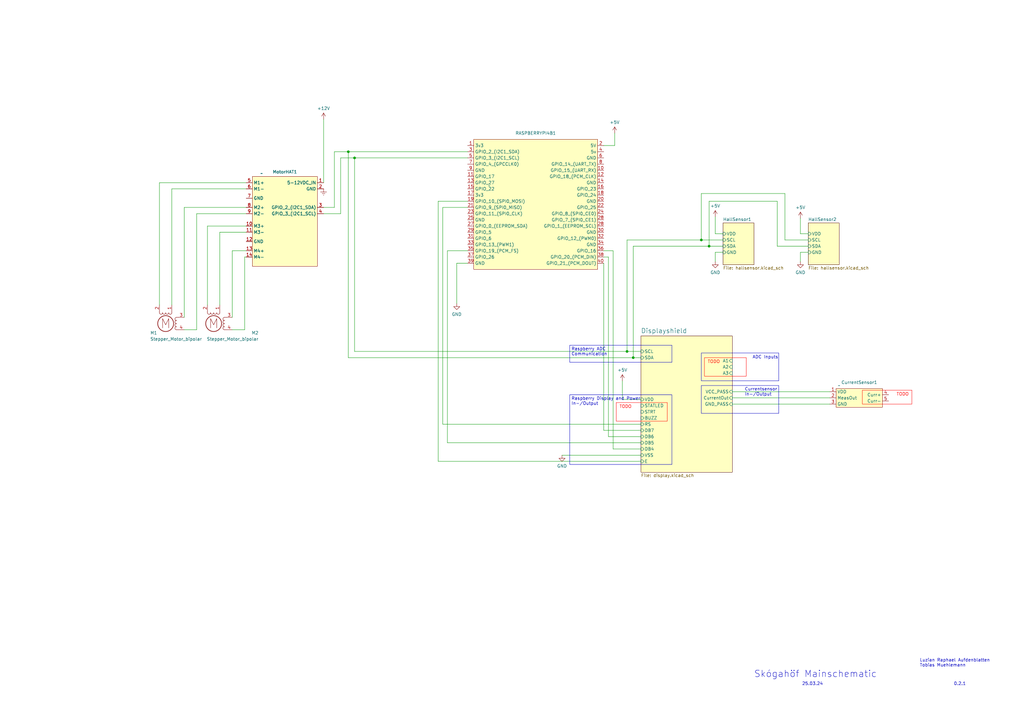
<source format=kicad_sch>
(kicad_sch (version 20230121) (generator eeschema)
  (paper "A3")
  (lib_symbols
    (symbol "Motor:Stepper_Motor_bipolar" (pin_names (offset 0) hide)
      (property "Reference" "M" (at 3.81 2.54 0))
      (property "Value" "Stepper_Motor_bipolar" (at 3.81 1.27 0))
      (symbol "Stepper_Motor_bipolar_0_0"
        (polyline (pts (xy -1.27 -1.778) (xy -1.27 2.032) (xy 0 -0.508) (xy 1.27 2.032) (xy 1.27 -1.778)))
      )
      (symbol "Stepper_Motor_bipolar_0_1"
        (arc (start -4.445 -2.54) (mid -3.8127 -1.905) (end -4.445 -1.27))
        (arc (start -4.445 -1.27) (mid -3.8127 -0.635) (end -4.445 0))
        (arc (start -4.445 0) (mid -3.8127 0.635) (end -4.445 1.27))
        (arc (start -4.445 1.27) (mid -3.8127 1.905) (end -4.445 2.54))
        (arc (start -2.54 4.445) (mid -1.905 3.8127) (end -1.27 4.445))
        (arc (start -1.27 4.445) (mid -0.635 3.8127) (end 0 4.445))
        (polyline (pts (xy -5.08 -2.54) (xy -4.445 -2.54)))
        (polyline (pts (xy -5.08 2.54) (xy -4.445 2.54)))
        (polyline (pts (xy -2.54 5.08) (xy -2.54 4.445)))
        (polyline (pts (xy 2.54 5.08) (xy 2.54 4.445)))
        (circle (center 0 0) (radius 3.2512) (stroke (width 0.254)))
        (arc (start 0 4.445) (mid 0.635 3.8127) (end 1.27 4.445))
        (arc (start 1.27 4.445) (mid 1.905 3.8127) (end 2.54 4.445))
      )
      (symbol "Stepper_Motor_bipolar_1_1"
        (pin passive line (at -2.54 7.62 270) (length 2.54) (name "~") (number "1"))
        (pin passive line (at 2.54 7.62 270) (length 2.54) (name "-") (number "2"))
        (pin passive line (at -7.62 2.54 0) (length 2.54) (name "~") (number "3"))
        (pin passive line (at -7.62 -2.54 0) (length 2.54) (name "~") (number "4"))
      )
    )
    (symbol "Raspberry_4B:CurrentSensor"
      (property "Reference" "CurrentSensor" (at 8.89 0 0))
      (symbol "CurrentSensor_1_1"
        (rectangle (start -1.27 -1.27) (end 17.78 -8.89) (fill (type background)))
        (pin input line (at -3.81 -2.54 0) (length 2.54) (name "VDD") (number "1"))
        (pin output line (at -3.81 -5.08 0) (length 2.54) (name "MeasOut") (number "2"))
        (pin output line (at -3.81 -7.62 0) (length 2.54) (name "GND") (number "3"))
        (pin input line (at 20.32 -3.81 180) (length 2.54) (name "Curr+") (number "4"))
        (pin input line (at 20.32 -6.35 180) (length 2.54) (name "Curr-") (number "5"))
      )
    )
    (symbol "Raspberry_4B:RaspberryPi4B"
      (property "Reference" "RASPBERRYPI4B" (at 13.97 20.32 0))
      (symbol "RaspberryPi4B_1_1"
        (rectangle (start -6.35 19.05) (end 44.45 -34.29) (fill (type background)))
        (pin output line (at -8.89 16.51 0) (length 2.54) (name "3v3") (number "1"))
        (pin bidirectional line (at 46.99 6.35 180) (length 2.54) (name "GPIO_15_(UART_RX)") (number "10"))
        (pin bidirectional line (at -8.89 3.81 0) (length 2.54) (name "GPIO_17") (number "11"))
        (pin bidirectional line (at 46.99 3.81 180) (length 2.54) (name "GPIO_18_(PCM_CLK)") (number "12"))
        (pin bidirectional line (at -8.89 1.27 0) (length 2.54) (name "GPIO_27") (number "13"))
        (pin output line (at 46.99 1.27 180) (length 2.54) (name "GND") (number "14"))
        (pin bidirectional line (at -8.89 -1.27 0) (length 2.54) (name "GPIO_22") (number "15"))
        (pin bidirectional line (at 46.99 -1.27 180) (length 2.54) (name "GPIO_23") (number "16"))
        (pin output line (at -8.89 -3.81 0) (length 2.54) (name "3v3") (number "17"))
        (pin bidirectional line (at 46.99 -3.81 180) (length 2.54) (name "GPIO_24") (number "18"))
        (pin bidirectional line (at -8.89 -6.35 0) (length 2.54) (name "GPIO_10_(SPI0_MOSI)") (number "19"))
        (pin output line (at 46.99 16.51 180) (length 2.54) (name "5V") (number "2"))
        (pin output line (at 46.99 -6.35 180) (length 2.54) (name "GND") (number "20"))
        (pin bidirectional line (at -8.89 -8.89 0) (length 2.54) (name "GPIO_9_(SPI0_MISO)") (number "21"))
        (pin bidirectional line (at 46.99 -8.89 180) (length 2.54) (name "GPIO_25") (number "22"))
        (pin bidirectional line (at -8.89 -11.43 0) (length 2.54) (name "GPIO_11_(SPI0_CLK)") (number "23"))
        (pin bidirectional line (at 46.99 -11.43 180) (length 2.54) (name "GPIO_8_(SPI0_CE0)") (number "24"))
        (pin output line (at -8.89 -13.97 0) (length 2.54) (name "GND") (number "25"))
        (pin bidirectional line (at -8.89 -16.51 0) (length 2.54) (name "GPIO_0_(EEPROM_SDA)") (number "27"))
        (pin bidirectional line (at 46.99 -16.51 180) (length 2.54) (name "GPIO_1_(EEPROM_SCL)") (number "28"))
        (pin bidirectional line (at 46.99 -13.97 180) (length 2.54) (name "GPIO_7_(SPI0_CE1)") (number "28"))
        (pin bidirectional line (at -8.89 -19.05 0) (length 2.54) (name "GPIO_5") (number "29"))
        (pin bidirectional line (at -8.89 13.97 0) (length 2.54) (name "GPIO_2_(I2C1_SDA)") (number "3"))
        (pin output line (at 46.99 -19.05 180) (length 2.54) (name "GND") (number "30"))
        (pin bidirectional line (at -8.89 -21.59 0) (length 2.54) (name "GPIO_6") (number "31"))
        (pin bidirectional line (at 46.99 -21.59 180) (length 2.54) (name "GPIO_12_(PWM0)") (number "32"))
        (pin bidirectional line (at -8.89 -24.13 0) (length 2.54) (name "GPIO_13_(PWM1)") (number "33"))
        (pin output line (at 46.99 -24.13 180) (length 2.54) (name "GND") (number "34"))
        (pin bidirectional line (at -8.89 -26.67 0) (length 2.54) (name "GPIO_19_(PCM_FS)") (number "35"))
        (pin bidirectional line (at 46.99 -26.67 180) (length 2.54) (name "GPIO_16") (number "36"))
        (pin bidirectional line (at -8.89 -29.21 0) (length 2.54) (name "GPIO_26") (number "37"))
        (pin bidirectional line (at 46.99 -29.21 180) (length 2.54) (name "GPIO_20_(PCM_DIN)") (number "38"))
        (pin output line (at -8.89 -31.75 0) (length 2.54) (name "GND") (number "39"))
        (pin output line (at 46.99 13.97 180) (length 2.54) (name "5v") (number "4"))
        (pin bidirectional line (at 46.99 -31.75 180) (length 2.54) (name "GPIO_21_(PCM_DOUT)") (number "40"))
        (pin bidirectional line (at -8.89 11.43 0) (length 2.54) (name "GPIO_3_(I2C1_SCL)") (number "5"))
        (pin output line (at 46.99 11.43 180) (length 2.54) (name "GND") (number "6"))
        (pin bidirectional line (at -8.89 8.89 0) (length 2.54) (name "GPIO_4_(GPCCLK0)") (number "7"))
        (pin bidirectional line (at 46.99 8.89 180) (length 2.54) (name "GPIO_14_(UART_TX)") (number "8"))
        (pin output line (at -8.89 6.35 0) (length 2.54) (name "GND") (number "9"))
      )
    )
    (symbol "Raspberry_4B:Raspberrypi4MotorHAT"
      (property "Reference" "MotorHAT" (at 2.54 13.97 0))
      (symbol "Raspberrypi4MotorHAT_1_1"
        (rectangle (start -12.7 12.7) (end 13.97 -24.13) (fill (type background)))
        (pin input line (at -15.24 10.16 0) (length 2.54) (name "5-12VDC_IN") (number "1"))
        (pin output line (at 16.51 -7.62 180) (length 2.54) (name "M3+") (number "10"))
        (pin output line (at 16.51 -10.16 180) (length 2.54) (name "M3-") (number "11"))
        (pin output line (at 16.51 -13.97 180) (length 2.54) (name "GND") (number "12"))
        (pin output line (at 16.51 -17.78 180) (length 2.54) (name "M4+") (number "13"))
        (pin output line (at 16.51 -20.32 180) (length 2.54) (name "M4-") (number "14"))
        (pin input line (at -15.24 7.62 0) (length 2.54) (name "GND") (number "2"))
        (pin bidirectional line (at -15.24 0 0) (length 2.54) (name "GPIO_2_(I2C1_SDA)") (number "3"))
        (pin bidirectional line (at -15.24 -2.54 0) (length 2.54) (name "GPIO_3_(I2C1_SCL)") (number "4"))
        (pin output line (at 16.51 10.16 180) (length 2.54) (name "M1+") (number "5"))
        (pin output line (at 16.51 7.62 180) (length 2.54) (name "M1-") (number "6"))
        (pin output line (at 16.51 3.81 180) (length 2.54) (name "GND") (number "7"))
        (pin output line (at 16.51 0 180) (length 2.54) (name "M2+") (number "8"))
        (pin output line (at 16.51 -2.54 180) (length 2.54) (name "M2-") (number "9"))
      )
    )
    (symbol "power:+12V" (power) (pin_names (offset 0))
      (property "Value" "+12V" (at 0 3.556 0))
      (symbol "+12V_0_1"
        (polyline (pts (xy -0.762 1.27) (xy 0 2.54)))
        (polyline (pts (xy 0 0) (xy 0 2.54)))
        (polyline (pts (xy 0 2.54) (xy 0.762 1.27)))
      )
      (symbol "+12V_1_1"
        (pin power_in line (at 0 0 90) (length 0) hide (name "+12V") (number "1"))
      )
    )
    (symbol "power:+5V" (power) (pin_names (offset 0))
      (property "Value" "+5V" (at 0 3.556 0))
      (symbol "+5V_0_1"
        (polyline (pts (xy -0.762 1.27) (xy 0 2.54)))
        (polyline (pts (xy 0 0) (xy 0 2.54)))
        (polyline (pts (xy 0 2.54) (xy 0.762 1.27)))
      )
      (symbol "+5V_1_1"
        (pin power_in line (at 0 0 90) (length 0) hide (name "+5V") (number "1"))
      )
    )
    (symbol "power:Earth" (power) (pin_names (offset 0))
      (symbol "Earth_0_1"
        (polyline (pts (xy -0.635 -1.905) (xy 0.635 -1.905)))
        (polyline (pts (xy -0.127 -2.54) (xy 0.127 -2.54)))
        (polyline (pts (xy 0 -1.27) (xy 0 0)))
        (polyline (pts (xy 1.27 -1.27) (xy -1.27 -1.27)))
      )
      (symbol "Earth_1_1"
        (pin power_in line (at 0 0 270) (length 0) hide (name "Earth") (number "1"))
      )
    )
    (symbol "power:GND" (power) (pin_names (offset 0))
      (property "Value" "GND" (at 0 -3.81 0))
      (symbol "GND_0_1"
        (polyline (pts (xy 0 0) (xy 0 -1.27) (xy 1.27 -1.27) (xy 0 -2.54) (xy -1.27 -1.27) (xy 0 -1.27)))
      )
      (symbol "GND_1_1"
        (pin power_in line (at 0 0 270) (length 0) hide (name "GND") (number "1"))
      )
    )
  )
  (junction (at 287.655 98.425))
  (junction (at 257.175 144.145))
  (junction (at 259.715 146.685))
  (junction (at 145.415 64.77))
  (junction (at 290.83 100.965))
  (junction (at 142.875 62.23))
  (wire (pts (xy 85.09 92.71) (xy 100.965 92.71)))
  (wire (pts (xy 65.405 74.93) (xy 65.405 125.095)))
  (wire (pts (xy 328.295 103.505) (xy 331.47 103.505)))
  (wire (pts (xy 300.355 165.735) (xy 340.36 165.735)))
  (wire (pts (xy 137.16 85.09) (xy 137.16 62.23)))
  (wire (pts (xy 262.89 176.53) (xy 247.65 176.53)))
  (wire (pts (xy 259.715 146.685) (xy 142.875 146.685)))
  (wire (pts (xy 255.27 163.83) (xy 255.27 156.21)))
  (wire (pts (xy 132.715 87.63) (xy 139.7 87.63)))
  (wire (pts (xy 287.655 79.375) (xy 287.655 98.425)))
  (wire (pts (xy 328.295 107.315) (xy 328.295 103.505)))
  (wire (pts (xy 95.25 135.255) (xy 100.33 135.255)))
  (wire (pts (xy 145.415 64.77) (xy 191.77 64.77)))
  (wire (pts (xy 293.37 107.315) (xy 293.37 103.505)))
  (wire (pts (xy 296.545 95.885) (xy 293.37 95.885)))
  (wire (pts (xy 132.715 85.09) (xy 137.16 85.09)))
  (wire (pts (xy 290.83 100.965) (xy 259.715 100.965)))
  (wire (pts (xy 230.505 186.69) (xy 262.89 186.69)))
  (wire (pts (xy 259.715 100.965) (xy 259.715 146.685)))
  (wire (pts (xy 331.47 95.885) (xy 328.295 95.885)))
  (wire (pts (xy 290.83 82.55) (xy 290.83 100.965)))
  (wire (pts (xy 95.25 102.87) (xy 95.25 130.175)))
  (wire (pts (xy 300.355 163.195) (xy 340.36 163.195)))
  (wire (pts (xy 252.095 59.69) (xy 247.65 59.69)))
  (wire (pts (xy 262.89 144.145) (xy 257.175 144.145)))
  (wire (pts (xy 70.485 77.47) (xy 70.485 125.095)))
  (wire (pts (xy 318.77 82.55) (xy 290.83 82.55)))
  (wire (pts (xy 137.16 62.23) (xy 142.875 62.23)))
  (wire (pts (xy 251.46 102.87) (xy 247.65 102.87)))
  (wire (pts (xy 100.33 135.255) (xy 100.33 105.41)))
  (wire (pts (xy 293.37 103.505) (xy 296.545 103.505)))
  (wire (pts (xy 90.17 95.25) (xy 100.965 95.25)))
  (wire (pts (xy 262.89 189.23) (xy 179.705 189.23)))
  (wire (pts (xy 300.355 160.655) (xy 340.36 160.655)))
  (wire (pts (xy 142.875 62.23) (xy 191.77 62.23)))
  (wire (pts (xy 70.485 77.47) (xy 100.965 77.47)))
  (wire (pts (xy 132.715 48.895) (xy 132.715 74.93)))
  (wire (pts (xy 187.325 124.46) (xy 187.325 107.95)))
  (wire (pts (xy 247.65 176.53) (xy 247.65 107.95)))
  (wire (pts (xy 139.7 87.63) (xy 139.7 64.77)))
  (wire (pts (xy 179.705 82.55) (xy 191.77 82.55)))
  (wire (pts (xy 139.7 64.77) (xy 145.415 64.77)))
  (wire (pts (xy 90.17 95.25) (xy 90.17 125.095)))
  (wire (pts (xy 262.89 179.07) (xy 249.555 179.07)))
  (wire (pts (xy 257.175 98.425) (xy 257.175 144.145)))
  (wire (pts (xy 262.89 181.61) (xy 183.515 181.61)))
  (wire (pts (xy 95.25 102.87) (xy 100.965 102.87)))
  (wire (pts (xy 75.565 135.255) (xy 80.645 135.255)))
  (wire (pts (xy 287.655 98.425) (xy 257.175 98.425)))
  (wire (pts (xy 251.46 184.15) (xy 251.46 102.87)))
  (wire (pts (xy 181.61 85.09) (xy 191.77 85.09)))
  (wire (pts (xy 321.945 79.375) (xy 287.655 79.375)))
  (wire (pts (xy 65.405 74.93) (xy 100.965 74.93)))
  (wire (pts (xy 321.945 98.425) (xy 331.47 98.425)))
  (wire (pts (xy 293.37 95.885) (xy 293.37 88.9)))
  (wire (pts (xy 249.555 105.41) (xy 247.65 105.41)))
  (wire (pts (xy 321.945 98.425) (xy 321.945 79.375)))
  (wire (pts (xy 183.515 181.61) (xy 183.515 102.87)))
  (wire (pts (xy 75.565 85.09) (xy 75.565 130.175)))
  (wire (pts (xy 257.175 144.145) (xy 145.415 144.145)))
  (wire (pts (xy 75.565 85.09) (xy 100.965 85.09)))
  (wire (pts (xy 262.89 184.15) (xy 251.46 184.15)))
  (wire (pts (xy 183.515 102.87) (xy 191.77 102.87)))
  (wire (pts (xy 249.555 179.07) (xy 249.555 105.41)))
  (wire (pts (xy 179.705 189.23) (xy 179.705 82.55)))
  (wire (pts (xy 187.325 107.95) (xy 191.77 107.95)))
  (wire (pts (xy 318.77 100.965) (xy 331.47 100.965)))
  (wire (pts (xy 318.77 100.965) (xy 318.77 82.55)))
  (wire (pts (xy 80.645 87.63) (xy 100.965 87.63)))
  (wire (pts (xy 145.415 144.145) (xy 145.415 64.77)))
  (wire (pts (xy 262.89 173.99) (xy 181.61 173.99)))
  (wire (pts (xy 296.545 100.965) (xy 290.83 100.965)))
  (wire (pts (xy 142.875 146.685) (xy 142.875 62.23)))
  (wire (pts (xy 252.095 54.61) (xy 252.095 59.69)))
  (wire (pts (xy 80.645 135.255) (xy 80.645 87.63)))
  (wire (pts (xy 328.295 95.885) (xy 328.295 89.535)))
  (wire (pts (xy 100.33 105.41) (xy 100.965 105.41)))
  (wire (pts (xy 262.89 163.83) (xy 255.27 163.83)))
  (wire (pts (xy 262.89 146.685) (xy 259.715 146.685)))
  (wire (pts (xy 181.61 173.99) (xy 181.61 85.09)))
  (wire (pts (xy 296.545 98.425) (xy 287.655 98.425)))
  (wire (pts (xy 85.09 92.71) (xy 85.09 125.095)))
  (rectangle (start 288.925 146.685) (end 306.07 154.305) (stroke (width 0) (color 255 0 0 1)))
  (rectangle (start 287.655 144.78) (end 319.405 156.21))
  (rectangle (start 233.68 161.925) (end 275.59 190.5))
  (rectangle (start 353.695 160.02) (end 374.015 165.735) (stroke (width 0) (color 255 0 0 1)))
  (rectangle (start 287.655 158.115) (end 319.405 169.545))
  (rectangle (start 233.68 141.605) (end 275.59 148.59))
  (rectangle (start 252.73 165.1) (end 273.685 172.72) (stroke (width 0) (color 255 0 0 1)))
  (text "TODO" (at 254 167.64 0) (effects (font (size 1.27 1.27)) (justify left bottom)))
  (text "0.2.1" (at 391.16 281.305 0) (effects (font (size 1.27 1.27)) (justify left bottom)))
  (text "TODO" (at 290.195 149.225 0) (effects (font (size 1.27 1.27)) (justify left bottom)))
  (text "Skógahöf Mainschematic" (at 309.245 278.13 0) (effects (font (size 2.7 2.7)) (justify left bottom)))
  (text "Currentsensor\nIn-/Output" (at 305.435 162.56 0) (effects (font (size 1.27 1.27)) (justify left bottom)))
  (text "Raspberry ADC\nCommunication" (at 234.315 146.05 0) (effects (font (size 1.27 1.27)) (justify left bottom)))
  (text "ADC Inputs\n" (at 308.61 147.32 0) (effects (font (size 1.27 1.27)) (justify left bottom)))
  (text "25.03.24" (at 328.93 281.305 0) (effects (font (size 1.27 1.27)) (justify left bottom)))
  (text "TODO" (at 367.665 162.56 0) (effects (font (size 1.27 1.27)) (justify left bottom)))
  (text "Luzian Raphael Aufdenblatten\nTobias Muehlemann" (at 377.19 273.685 0) (effects (font (size 1.27 1.27)) (justify left bottom)))
  (text "Raspberry Display and Power\nIn-/Output" (at 234.315 166.37 0) (effects (font (size 1.27 1.27)) (justify left bottom)))
  (symbol (lib_id "power:+5V") (at 252.095 54.61 0) (unit 1)
    (property "Reference" "#PWR018" (effects hide))
    (property "Value" "+5V" (at 252.095 50.165 0))
  )
  (symbol (lib_id "Raspberry_4B:CurrentSensor") (at 344.17 158.115 0) (unit 1)
    (property "Reference" "CurrentSensor1" (at 352.425 156.845 0))
    (property "Value" "~" (at 344.17 158.115 0))
  )
  (symbol (lib_id "power:+5V") (at 255.27 156.21 0) (unit 1)
    (property "Reference" "#PWR031" (effects hide))
    (property "Value" "+5V" (at 255.27 151.765 0))
  )
  (symbol (lib_id "power:GND") (at 187.325 124.46 0) (unit 1)
    (property "Reference" "#PWR034" (effects hide))
    (property "Value" "GND" (at 187.325 128.905 0))
  )
  (symbol (lib_id "power:Earth") (at 132.715 77.47 0) (unit 1)
    (property "Reference" "#PWR039" (effects hide))
    (property "Value" "Earth" (effects hide))
  )
  (symbol (lib_id "power:GND") (at 293.37 107.315 0) (unit 1)
    (property "Reference" "#PWR036" (effects hide))
    (property "Value" "GND" (at 293.37 111.76 0))
  )
  (symbol (lib_id "Motor:Stepper_Motor_bipolar") (at 67.945 132.715 0) (mirror y) (unit 1)
    (property "Reference" "M1" (at 61.595 136.525 0) (effects (justify right)))
    (property "Value" "Stepper_Motor_bipolar" (at 61.595 139.065 0) (effects (justify right)))
    (property "Datasheet" "http://www.infineon.com/dgdl/Application-Note-TLE8110EE_driving_UniPolarStepperMotor_V1.1.pdf?fileId=db3a30431be39b97011be5d0aa0a00b0" (effects hide))
  )
  (symbol (lib_id "power:GND") (at 328.295 107.315 0) (unit 1)
    (property "Reference" "#PWR037" (effects hide))
    (property "Value" "GND" (at 328.295 111.76 0))
  )
  (symbol (lib_id "Raspberry_4B:Raspberrypi4MotorHAT") (at 117.475 85.09 0) (mirror y) (unit 1)
    (property "Reference" "MotorHAT1" (at 116.84 70.485 0))
    (property "Value" "~" (at 107.315 71.12 0))
  )
  (symbol (lib_id "power:+12V") (at 132.715 48.895 0) (unit 1)
    (property "Reference" "#PWR038" (effects hide))
    (property "Value" "+12V" (at 132.715 44.45 0))
  )
  (symbol (lib_id "power:+5V") (at 328.295 89.535 0) (unit 1)
    (property "Reference" "#PWR033" (effects hide))
    (property "Value" "+5V" (at 328.295 85.09 0))
  )
  (symbol (lib_id "power:+5V") (at 293.37 88.9 0) (unit 1)
    (property "Reference" "#PWR032" (effects hide))
    (property "Value" "+5V" (at 293.37 84.455 0))
  )
  (symbol (lib_id "Motor:Stepper_Motor_bipolar") (at 87.63 132.715 0) (mirror y) (unit 1)
    (property "Reference" "M2" (at 106.045 136.525 0) (effects (justify left)))
    (property "Value" "Stepper_Motor_bipolar" (at 106.045 139.065 0) (effects (justify left)))
    (property "Datasheet" "http://www.infineon.com/dgdl/Application-Note-TLE8110EE_driving_UniPolarStepperMotor_V1.1.pdf?fileId=db3a30431be39b97011be5d0aa0a00b0" (effects hide))
  )
  (symbol (lib_id "Raspberry_4B:RaspberryPi4B") (at 200.66 76.2 0) (unit 1)
    (property "Reference" "RASPBERRYPI4B1" (at 219.71 54.61 0))
    (property "Value" "~" (at 200.66 76.2 0))
  )
  (symbol (lib_id "power:GND") (at 230.505 186.69 0) (unit 1)
    (property "Reference" "#PWR035" (effects hide))
    (property "Value" "GND" (at 230.505 191.135 0))
  )
  (sheet (at 296.545 91.44) (size 12.7 17.145) (stroke (width 0.1524) (color 72 0 0 1)) (fill (color 255 255 194 1.0000))
    (property "Sheetname" "HallSensor1" (at 296.545 90.7284 0) (effects (justify left bottom)))
    (property "Sheetfile" "hallsensor.kicad_sch" (at 296.545 109.1696 0) (effects (justify left top)))
    (pin "SDA" input (at 296.545 100.965 180))
    (pin "SCL" input (at 296.545 98.425 180))
    (pin "VDD" input (at 296.545 95.885 180))
    (pin "GND" input (at 296.545 103.505 180))
  )
  (sheet (at 331.47 91.44) (size 12.7 17.145) (stroke (width 0.1524) (color 72 0 0 1)) (fill (color 255 255 194 1.0000))
    (property "Sheetname" "HallSensor2" (at 331.47 90.7284 0) (effects (justify left bottom)))
    (property "Sheetfile" "hallsensor.kicad_sch" (at 331.47 109.1696 0) (effects (justify left top)))
    (pin "SDA" input (at 331.47 100.965 180))
    (pin "SCL" input (at 331.47 98.425 180))
    (pin "VDD" input (at 331.47 95.885 180))
    (pin "GND" input (at 331.47 103.505 180))
  )
  (sheet (at 262.89 137.795) (size 37.465 55.88) (stroke (width 0.1524) (color 72 0 0 1)) (fill (color 255 255 194 1.0000))
    (property "Sheetname" "Displayshield" (at 262.89 136.7684 0) (effects (font (size 1.9 1.9)) (justify left bottom)))
    (property "Sheetfile" "display.kicad_sch" (at 262.89 194.2596 0) (effects (justify left top)))
    (pin "SCL" input (at 262.89 144.145 180))
    (pin "SDA" input (at 262.89 146.685 180))
    (pin "E" input (at 262.89 189.23 180))
    (pin "VSS" input (at 262.89 186.69 180))
    (pin "VDD" input (at 262.89 163.83 180))
    (pin "DB4" input (at 262.89 184.15 180))
    (pin "DB5" input (at 262.89 181.61 180))
    (pin "DB6" input (at 262.89 179.07 180))
    (pin "DB7" input (at 262.89 176.53 180))
    (pin "RS" input (at 262.89 173.99 180))
    (pin "BUZZ" input (at 262.89 171.45 180))
    (pin "STRT" input (at 262.89 168.91 180))
    (pin "STATLED" input (at 262.89 166.37 180))
    (pin "A2" input (at 300.355 150.495 0))
    (pin "A3" input (at 300.355 153.035 0))
    (pin "A1" input (at 300.355 147.955 0))
    (pin "CurrentOut" input (at 300.355 163.195 0))
    (pin "VCC_PASS" input (at 300.355 160.655 0))
    (pin "GND_PASS" input (at 300.355 165.735 0))
  )
)
</source>
